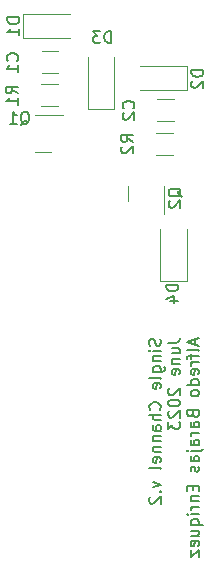
<source format=gbr>
%TF.GenerationSoftware,KiCad,Pcbnew,7.0.5*%
%TF.CreationDate,2023-06-23T15:01:08-05:00*%
%TF.ProjectId,Single.Channel.Amp,53696e67-6c65-42e4-9368-616e6e656c2e,rev?*%
%TF.SameCoordinates,Original*%
%TF.FileFunction,Legend,Bot*%
%TF.FilePolarity,Positive*%
%FSLAX46Y46*%
G04 Gerber Fmt 4.6, Leading zero omitted, Abs format (unit mm)*
G04 Created by KiCad (PCBNEW 7.0.5) date 2023-06-23 15:01:08*
%MOMM*%
%LPD*%
G01*
G04 APERTURE LIST*
%ADD10C,0.150000*%
%ADD11C,0.120000*%
G04 APERTURE END LIST*
D10*
X70377200Y-54099160D02*
X70424819Y-54242017D01*
X70424819Y-54242017D02*
X70424819Y-54480112D01*
X70424819Y-54480112D02*
X70377200Y-54575350D01*
X70377200Y-54575350D02*
X70329580Y-54622969D01*
X70329580Y-54622969D02*
X70234342Y-54670588D01*
X70234342Y-54670588D02*
X70139104Y-54670588D01*
X70139104Y-54670588D02*
X70043866Y-54622969D01*
X70043866Y-54622969D02*
X69996247Y-54575350D01*
X69996247Y-54575350D02*
X69948628Y-54480112D01*
X69948628Y-54480112D02*
X69901009Y-54289636D01*
X69901009Y-54289636D02*
X69853390Y-54194398D01*
X69853390Y-54194398D02*
X69805771Y-54146779D01*
X69805771Y-54146779D02*
X69710533Y-54099160D01*
X69710533Y-54099160D02*
X69615295Y-54099160D01*
X69615295Y-54099160D02*
X69520057Y-54146779D01*
X69520057Y-54146779D02*
X69472438Y-54194398D01*
X69472438Y-54194398D02*
X69424819Y-54289636D01*
X69424819Y-54289636D02*
X69424819Y-54527731D01*
X69424819Y-54527731D02*
X69472438Y-54670588D01*
X70424819Y-55099160D02*
X69758152Y-55099160D01*
X69424819Y-55099160D02*
X69472438Y-55051541D01*
X69472438Y-55051541D02*
X69520057Y-55099160D01*
X69520057Y-55099160D02*
X69472438Y-55146779D01*
X69472438Y-55146779D02*
X69424819Y-55099160D01*
X69424819Y-55099160D02*
X69520057Y-55099160D01*
X69758152Y-55575350D02*
X70424819Y-55575350D01*
X69853390Y-55575350D02*
X69805771Y-55622969D01*
X69805771Y-55622969D02*
X69758152Y-55718207D01*
X69758152Y-55718207D02*
X69758152Y-55861064D01*
X69758152Y-55861064D02*
X69805771Y-55956302D01*
X69805771Y-55956302D02*
X69901009Y-56003921D01*
X69901009Y-56003921D02*
X70424819Y-56003921D01*
X69758152Y-56908683D02*
X70567676Y-56908683D01*
X70567676Y-56908683D02*
X70662914Y-56861064D01*
X70662914Y-56861064D02*
X70710533Y-56813445D01*
X70710533Y-56813445D02*
X70758152Y-56718207D01*
X70758152Y-56718207D02*
X70758152Y-56575350D01*
X70758152Y-56575350D02*
X70710533Y-56480112D01*
X70377200Y-56908683D02*
X70424819Y-56813445D01*
X70424819Y-56813445D02*
X70424819Y-56622969D01*
X70424819Y-56622969D02*
X70377200Y-56527731D01*
X70377200Y-56527731D02*
X70329580Y-56480112D01*
X70329580Y-56480112D02*
X70234342Y-56432493D01*
X70234342Y-56432493D02*
X69948628Y-56432493D01*
X69948628Y-56432493D02*
X69853390Y-56480112D01*
X69853390Y-56480112D02*
X69805771Y-56527731D01*
X69805771Y-56527731D02*
X69758152Y-56622969D01*
X69758152Y-56622969D02*
X69758152Y-56813445D01*
X69758152Y-56813445D02*
X69805771Y-56908683D01*
X70424819Y-57527731D02*
X70377200Y-57432493D01*
X70377200Y-57432493D02*
X70281961Y-57384874D01*
X70281961Y-57384874D02*
X69424819Y-57384874D01*
X70377200Y-58289636D02*
X70424819Y-58194398D01*
X70424819Y-58194398D02*
X70424819Y-58003922D01*
X70424819Y-58003922D02*
X70377200Y-57908684D01*
X70377200Y-57908684D02*
X70281961Y-57861065D01*
X70281961Y-57861065D02*
X69901009Y-57861065D01*
X69901009Y-57861065D02*
X69805771Y-57908684D01*
X69805771Y-57908684D02*
X69758152Y-58003922D01*
X69758152Y-58003922D02*
X69758152Y-58194398D01*
X69758152Y-58194398D02*
X69805771Y-58289636D01*
X69805771Y-58289636D02*
X69901009Y-58337255D01*
X69901009Y-58337255D02*
X69996247Y-58337255D01*
X69996247Y-58337255D02*
X70091485Y-57861065D01*
X70329580Y-60099160D02*
X70377200Y-60051541D01*
X70377200Y-60051541D02*
X70424819Y-59908684D01*
X70424819Y-59908684D02*
X70424819Y-59813446D01*
X70424819Y-59813446D02*
X70377200Y-59670589D01*
X70377200Y-59670589D02*
X70281961Y-59575351D01*
X70281961Y-59575351D02*
X70186723Y-59527732D01*
X70186723Y-59527732D02*
X69996247Y-59480113D01*
X69996247Y-59480113D02*
X69853390Y-59480113D01*
X69853390Y-59480113D02*
X69662914Y-59527732D01*
X69662914Y-59527732D02*
X69567676Y-59575351D01*
X69567676Y-59575351D02*
X69472438Y-59670589D01*
X69472438Y-59670589D02*
X69424819Y-59813446D01*
X69424819Y-59813446D02*
X69424819Y-59908684D01*
X69424819Y-59908684D02*
X69472438Y-60051541D01*
X69472438Y-60051541D02*
X69520057Y-60099160D01*
X70424819Y-60527732D02*
X69424819Y-60527732D01*
X70424819Y-60956303D02*
X69901009Y-60956303D01*
X69901009Y-60956303D02*
X69805771Y-60908684D01*
X69805771Y-60908684D02*
X69758152Y-60813446D01*
X69758152Y-60813446D02*
X69758152Y-60670589D01*
X69758152Y-60670589D02*
X69805771Y-60575351D01*
X69805771Y-60575351D02*
X69853390Y-60527732D01*
X70424819Y-61861065D02*
X69901009Y-61861065D01*
X69901009Y-61861065D02*
X69805771Y-61813446D01*
X69805771Y-61813446D02*
X69758152Y-61718208D01*
X69758152Y-61718208D02*
X69758152Y-61527732D01*
X69758152Y-61527732D02*
X69805771Y-61432494D01*
X70377200Y-61861065D02*
X70424819Y-61765827D01*
X70424819Y-61765827D02*
X70424819Y-61527732D01*
X70424819Y-61527732D02*
X70377200Y-61432494D01*
X70377200Y-61432494D02*
X70281961Y-61384875D01*
X70281961Y-61384875D02*
X70186723Y-61384875D01*
X70186723Y-61384875D02*
X70091485Y-61432494D01*
X70091485Y-61432494D02*
X70043866Y-61527732D01*
X70043866Y-61527732D02*
X70043866Y-61765827D01*
X70043866Y-61765827D02*
X69996247Y-61861065D01*
X69758152Y-62337256D02*
X70424819Y-62337256D01*
X69853390Y-62337256D02*
X69805771Y-62384875D01*
X69805771Y-62384875D02*
X69758152Y-62480113D01*
X69758152Y-62480113D02*
X69758152Y-62622970D01*
X69758152Y-62622970D02*
X69805771Y-62718208D01*
X69805771Y-62718208D02*
X69901009Y-62765827D01*
X69901009Y-62765827D02*
X70424819Y-62765827D01*
X69758152Y-63242018D02*
X70424819Y-63242018D01*
X69853390Y-63242018D02*
X69805771Y-63289637D01*
X69805771Y-63289637D02*
X69758152Y-63384875D01*
X69758152Y-63384875D02*
X69758152Y-63527732D01*
X69758152Y-63527732D02*
X69805771Y-63622970D01*
X69805771Y-63622970D02*
X69901009Y-63670589D01*
X69901009Y-63670589D02*
X70424819Y-63670589D01*
X70377200Y-64527732D02*
X70424819Y-64432494D01*
X70424819Y-64432494D02*
X70424819Y-64242018D01*
X70424819Y-64242018D02*
X70377200Y-64146780D01*
X70377200Y-64146780D02*
X70281961Y-64099161D01*
X70281961Y-64099161D02*
X69901009Y-64099161D01*
X69901009Y-64099161D02*
X69805771Y-64146780D01*
X69805771Y-64146780D02*
X69758152Y-64242018D01*
X69758152Y-64242018D02*
X69758152Y-64432494D01*
X69758152Y-64432494D02*
X69805771Y-64527732D01*
X69805771Y-64527732D02*
X69901009Y-64575351D01*
X69901009Y-64575351D02*
X69996247Y-64575351D01*
X69996247Y-64575351D02*
X70091485Y-64099161D01*
X70424819Y-65146780D02*
X70377200Y-65051542D01*
X70377200Y-65051542D02*
X70281961Y-65003923D01*
X70281961Y-65003923D02*
X69424819Y-65003923D01*
X69758152Y-66194400D02*
X70424819Y-66432495D01*
X70424819Y-66432495D02*
X69758152Y-66670590D01*
X70329580Y-67051543D02*
X70377200Y-67099162D01*
X70377200Y-67099162D02*
X70424819Y-67051543D01*
X70424819Y-67051543D02*
X70377200Y-67003924D01*
X70377200Y-67003924D02*
X70329580Y-67051543D01*
X70329580Y-67051543D02*
X70424819Y-67051543D01*
X69520057Y-67480114D02*
X69472438Y-67527733D01*
X69472438Y-67527733D02*
X69424819Y-67622971D01*
X69424819Y-67622971D02*
X69424819Y-67861066D01*
X69424819Y-67861066D02*
X69472438Y-67956304D01*
X69472438Y-67956304D02*
X69520057Y-68003923D01*
X69520057Y-68003923D02*
X69615295Y-68051542D01*
X69615295Y-68051542D02*
X69710533Y-68051542D01*
X69710533Y-68051542D02*
X69853390Y-68003923D01*
X69853390Y-68003923D02*
X70424819Y-67432495D01*
X70424819Y-67432495D02*
X70424819Y-68051542D01*
X71034819Y-54432493D02*
X71749104Y-54432493D01*
X71749104Y-54432493D02*
X71891961Y-54384874D01*
X71891961Y-54384874D02*
X71987200Y-54289636D01*
X71987200Y-54289636D02*
X72034819Y-54146779D01*
X72034819Y-54146779D02*
X72034819Y-54051541D01*
X71368152Y-55337255D02*
X72034819Y-55337255D01*
X71368152Y-54908684D02*
X71891961Y-54908684D01*
X71891961Y-54908684D02*
X71987200Y-54956303D01*
X71987200Y-54956303D02*
X72034819Y-55051541D01*
X72034819Y-55051541D02*
X72034819Y-55194398D01*
X72034819Y-55194398D02*
X71987200Y-55289636D01*
X71987200Y-55289636D02*
X71939580Y-55337255D01*
X71368152Y-55813446D02*
X72034819Y-55813446D01*
X71463390Y-55813446D02*
X71415771Y-55861065D01*
X71415771Y-55861065D02*
X71368152Y-55956303D01*
X71368152Y-55956303D02*
X71368152Y-56099160D01*
X71368152Y-56099160D02*
X71415771Y-56194398D01*
X71415771Y-56194398D02*
X71511009Y-56242017D01*
X71511009Y-56242017D02*
X72034819Y-56242017D01*
X71987200Y-57099160D02*
X72034819Y-57003922D01*
X72034819Y-57003922D02*
X72034819Y-56813446D01*
X72034819Y-56813446D02*
X71987200Y-56718208D01*
X71987200Y-56718208D02*
X71891961Y-56670589D01*
X71891961Y-56670589D02*
X71511009Y-56670589D01*
X71511009Y-56670589D02*
X71415771Y-56718208D01*
X71415771Y-56718208D02*
X71368152Y-56813446D01*
X71368152Y-56813446D02*
X71368152Y-57003922D01*
X71368152Y-57003922D02*
X71415771Y-57099160D01*
X71415771Y-57099160D02*
X71511009Y-57146779D01*
X71511009Y-57146779D02*
X71606247Y-57146779D01*
X71606247Y-57146779D02*
X71701485Y-56670589D01*
X71130057Y-58289637D02*
X71082438Y-58337256D01*
X71082438Y-58337256D02*
X71034819Y-58432494D01*
X71034819Y-58432494D02*
X71034819Y-58670589D01*
X71034819Y-58670589D02*
X71082438Y-58765827D01*
X71082438Y-58765827D02*
X71130057Y-58813446D01*
X71130057Y-58813446D02*
X71225295Y-58861065D01*
X71225295Y-58861065D02*
X71320533Y-58861065D01*
X71320533Y-58861065D02*
X71463390Y-58813446D01*
X71463390Y-58813446D02*
X72034819Y-58242018D01*
X72034819Y-58242018D02*
X72034819Y-58861065D01*
X71034819Y-59480113D02*
X71034819Y-59575351D01*
X71034819Y-59575351D02*
X71082438Y-59670589D01*
X71082438Y-59670589D02*
X71130057Y-59718208D01*
X71130057Y-59718208D02*
X71225295Y-59765827D01*
X71225295Y-59765827D02*
X71415771Y-59813446D01*
X71415771Y-59813446D02*
X71653866Y-59813446D01*
X71653866Y-59813446D02*
X71844342Y-59765827D01*
X71844342Y-59765827D02*
X71939580Y-59718208D01*
X71939580Y-59718208D02*
X71987200Y-59670589D01*
X71987200Y-59670589D02*
X72034819Y-59575351D01*
X72034819Y-59575351D02*
X72034819Y-59480113D01*
X72034819Y-59480113D02*
X71987200Y-59384875D01*
X71987200Y-59384875D02*
X71939580Y-59337256D01*
X71939580Y-59337256D02*
X71844342Y-59289637D01*
X71844342Y-59289637D02*
X71653866Y-59242018D01*
X71653866Y-59242018D02*
X71415771Y-59242018D01*
X71415771Y-59242018D02*
X71225295Y-59289637D01*
X71225295Y-59289637D02*
X71130057Y-59337256D01*
X71130057Y-59337256D02*
X71082438Y-59384875D01*
X71082438Y-59384875D02*
X71034819Y-59480113D01*
X71130057Y-60194399D02*
X71082438Y-60242018D01*
X71082438Y-60242018D02*
X71034819Y-60337256D01*
X71034819Y-60337256D02*
X71034819Y-60575351D01*
X71034819Y-60575351D02*
X71082438Y-60670589D01*
X71082438Y-60670589D02*
X71130057Y-60718208D01*
X71130057Y-60718208D02*
X71225295Y-60765827D01*
X71225295Y-60765827D02*
X71320533Y-60765827D01*
X71320533Y-60765827D02*
X71463390Y-60718208D01*
X71463390Y-60718208D02*
X72034819Y-60146780D01*
X72034819Y-60146780D02*
X72034819Y-60765827D01*
X71034819Y-61099161D02*
X71034819Y-61718208D01*
X71034819Y-61718208D02*
X71415771Y-61384875D01*
X71415771Y-61384875D02*
X71415771Y-61527732D01*
X71415771Y-61527732D02*
X71463390Y-61622970D01*
X71463390Y-61622970D02*
X71511009Y-61670589D01*
X71511009Y-61670589D02*
X71606247Y-61718208D01*
X71606247Y-61718208D02*
X71844342Y-61718208D01*
X71844342Y-61718208D02*
X71939580Y-61670589D01*
X71939580Y-61670589D02*
X71987200Y-61622970D01*
X71987200Y-61622970D02*
X72034819Y-61527732D01*
X72034819Y-61527732D02*
X72034819Y-61242018D01*
X72034819Y-61242018D02*
X71987200Y-61146780D01*
X71987200Y-61146780D02*
X71939580Y-61099161D01*
X73359104Y-54099160D02*
X73359104Y-54575350D01*
X73644819Y-54003922D02*
X72644819Y-54337255D01*
X72644819Y-54337255D02*
X73644819Y-54670588D01*
X73644819Y-55146779D02*
X73597200Y-55051541D01*
X73597200Y-55051541D02*
X73501961Y-55003922D01*
X73501961Y-55003922D02*
X72644819Y-55003922D01*
X72978152Y-55384875D02*
X72978152Y-55765827D01*
X73644819Y-55527732D02*
X72787676Y-55527732D01*
X72787676Y-55527732D02*
X72692438Y-55575351D01*
X72692438Y-55575351D02*
X72644819Y-55670589D01*
X72644819Y-55670589D02*
X72644819Y-55765827D01*
X73644819Y-56099161D02*
X72978152Y-56099161D01*
X73168628Y-56099161D02*
X73073390Y-56146780D01*
X73073390Y-56146780D02*
X73025771Y-56194399D01*
X73025771Y-56194399D02*
X72978152Y-56289637D01*
X72978152Y-56289637D02*
X72978152Y-56384875D01*
X73597200Y-57099161D02*
X73644819Y-57003923D01*
X73644819Y-57003923D02*
X73644819Y-56813447D01*
X73644819Y-56813447D02*
X73597200Y-56718209D01*
X73597200Y-56718209D02*
X73501961Y-56670590D01*
X73501961Y-56670590D02*
X73121009Y-56670590D01*
X73121009Y-56670590D02*
X73025771Y-56718209D01*
X73025771Y-56718209D02*
X72978152Y-56813447D01*
X72978152Y-56813447D02*
X72978152Y-57003923D01*
X72978152Y-57003923D02*
X73025771Y-57099161D01*
X73025771Y-57099161D02*
X73121009Y-57146780D01*
X73121009Y-57146780D02*
X73216247Y-57146780D01*
X73216247Y-57146780D02*
X73311485Y-56670590D01*
X73644819Y-58003923D02*
X72644819Y-58003923D01*
X73597200Y-58003923D02*
X73644819Y-57908685D01*
X73644819Y-57908685D02*
X73644819Y-57718209D01*
X73644819Y-57718209D02*
X73597200Y-57622971D01*
X73597200Y-57622971D02*
X73549580Y-57575352D01*
X73549580Y-57575352D02*
X73454342Y-57527733D01*
X73454342Y-57527733D02*
X73168628Y-57527733D01*
X73168628Y-57527733D02*
X73073390Y-57575352D01*
X73073390Y-57575352D02*
X73025771Y-57622971D01*
X73025771Y-57622971D02*
X72978152Y-57718209D01*
X72978152Y-57718209D02*
X72978152Y-57908685D01*
X72978152Y-57908685D02*
X73025771Y-58003923D01*
X73644819Y-58622971D02*
X73597200Y-58527733D01*
X73597200Y-58527733D02*
X73549580Y-58480114D01*
X73549580Y-58480114D02*
X73454342Y-58432495D01*
X73454342Y-58432495D02*
X73168628Y-58432495D01*
X73168628Y-58432495D02*
X73073390Y-58480114D01*
X73073390Y-58480114D02*
X73025771Y-58527733D01*
X73025771Y-58527733D02*
X72978152Y-58622971D01*
X72978152Y-58622971D02*
X72978152Y-58765828D01*
X72978152Y-58765828D02*
X73025771Y-58861066D01*
X73025771Y-58861066D02*
X73073390Y-58908685D01*
X73073390Y-58908685D02*
X73168628Y-58956304D01*
X73168628Y-58956304D02*
X73454342Y-58956304D01*
X73454342Y-58956304D02*
X73549580Y-58908685D01*
X73549580Y-58908685D02*
X73597200Y-58861066D01*
X73597200Y-58861066D02*
X73644819Y-58765828D01*
X73644819Y-58765828D02*
X73644819Y-58622971D01*
X73121009Y-60480114D02*
X73168628Y-60622971D01*
X73168628Y-60622971D02*
X73216247Y-60670590D01*
X73216247Y-60670590D02*
X73311485Y-60718209D01*
X73311485Y-60718209D02*
X73454342Y-60718209D01*
X73454342Y-60718209D02*
X73549580Y-60670590D01*
X73549580Y-60670590D02*
X73597200Y-60622971D01*
X73597200Y-60622971D02*
X73644819Y-60527733D01*
X73644819Y-60527733D02*
X73644819Y-60146781D01*
X73644819Y-60146781D02*
X72644819Y-60146781D01*
X72644819Y-60146781D02*
X72644819Y-60480114D01*
X72644819Y-60480114D02*
X72692438Y-60575352D01*
X72692438Y-60575352D02*
X72740057Y-60622971D01*
X72740057Y-60622971D02*
X72835295Y-60670590D01*
X72835295Y-60670590D02*
X72930533Y-60670590D01*
X72930533Y-60670590D02*
X73025771Y-60622971D01*
X73025771Y-60622971D02*
X73073390Y-60575352D01*
X73073390Y-60575352D02*
X73121009Y-60480114D01*
X73121009Y-60480114D02*
X73121009Y-60146781D01*
X73644819Y-61575352D02*
X73121009Y-61575352D01*
X73121009Y-61575352D02*
X73025771Y-61527733D01*
X73025771Y-61527733D02*
X72978152Y-61432495D01*
X72978152Y-61432495D02*
X72978152Y-61242019D01*
X72978152Y-61242019D02*
X73025771Y-61146781D01*
X73597200Y-61575352D02*
X73644819Y-61480114D01*
X73644819Y-61480114D02*
X73644819Y-61242019D01*
X73644819Y-61242019D02*
X73597200Y-61146781D01*
X73597200Y-61146781D02*
X73501961Y-61099162D01*
X73501961Y-61099162D02*
X73406723Y-61099162D01*
X73406723Y-61099162D02*
X73311485Y-61146781D01*
X73311485Y-61146781D02*
X73263866Y-61242019D01*
X73263866Y-61242019D02*
X73263866Y-61480114D01*
X73263866Y-61480114D02*
X73216247Y-61575352D01*
X73644819Y-62051543D02*
X72978152Y-62051543D01*
X73168628Y-62051543D02*
X73073390Y-62099162D01*
X73073390Y-62099162D02*
X73025771Y-62146781D01*
X73025771Y-62146781D02*
X72978152Y-62242019D01*
X72978152Y-62242019D02*
X72978152Y-62337257D01*
X73644819Y-63099162D02*
X73121009Y-63099162D01*
X73121009Y-63099162D02*
X73025771Y-63051543D01*
X73025771Y-63051543D02*
X72978152Y-62956305D01*
X72978152Y-62956305D02*
X72978152Y-62765829D01*
X72978152Y-62765829D02*
X73025771Y-62670591D01*
X73597200Y-63099162D02*
X73644819Y-63003924D01*
X73644819Y-63003924D02*
X73644819Y-62765829D01*
X73644819Y-62765829D02*
X73597200Y-62670591D01*
X73597200Y-62670591D02*
X73501961Y-62622972D01*
X73501961Y-62622972D02*
X73406723Y-62622972D01*
X73406723Y-62622972D02*
X73311485Y-62670591D01*
X73311485Y-62670591D02*
X73263866Y-62765829D01*
X73263866Y-62765829D02*
X73263866Y-63003924D01*
X73263866Y-63003924D02*
X73216247Y-63099162D01*
X72978152Y-63575353D02*
X73835295Y-63575353D01*
X73835295Y-63575353D02*
X73930533Y-63527734D01*
X73930533Y-63527734D02*
X73978152Y-63432496D01*
X73978152Y-63432496D02*
X73978152Y-63384877D01*
X72644819Y-63575353D02*
X72692438Y-63527734D01*
X72692438Y-63527734D02*
X72740057Y-63575353D01*
X72740057Y-63575353D02*
X72692438Y-63622972D01*
X72692438Y-63622972D02*
X72644819Y-63575353D01*
X72644819Y-63575353D02*
X72740057Y-63575353D01*
X73644819Y-64480114D02*
X73121009Y-64480114D01*
X73121009Y-64480114D02*
X73025771Y-64432495D01*
X73025771Y-64432495D02*
X72978152Y-64337257D01*
X72978152Y-64337257D02*
X72978152Y-64146781D01*
X72978152Y-64146781D02*
X73025771Y-64051543D01*
X73597200Y-64480114D02*
X73644819Y-64384876D01*
X73644819Y-64384876D02*
X73644819Y-64146781D01*
X73644819Y-64146781D02*
X73597200Y-64051543D01*
X73597200Y-64051543D02*
X73501961Y-64003924D01*
X73501961Y-64003924D02*
X73406723Y-64003924D01*
X73406723Y-64003924D02*
X73311485Y-64051543D01*
X73311485Y-64051543D02*
X73263866Y-64146781D01*
X73263866Y-64146781D02*
X73263866Y-64384876D01*
X73263866Y-64384876D02*
X73216247Y-64480114D01*
X73597200Y-64908686D02*
X73644819Y-65003924D01*
X73644819Y-65003924D02*
X73644819Y-65194400D01*
X73644819Y-65194400D02*
X73597200Y-65289638D01*
X73597200Y-65289638D02*
X73501961Y-65337257D01*
X73501961Y-65337257D02*
X73454342Y-65337257D01*
X73454342Y-65337257D02*
X73359104Y-65289638D01*
X73359104Y-65289638D02*
X73311485Y-65194400D01*
X73311485Y-65194400D02*
X73311485Y-65051543D01*
X73311485Y-65051543D02*
X73263866Y-64956305D01*
X73263866Y-64956305D02*
X73168628Y-64908686D01*
X73168628Y-64908686D02*
X73121009Y-64908686D01*
X73121009Y-64908686D02*
X73025771Y-64956305D01*
X73025771Y-64956305D02*
X72978152Y-65051543D01*
X72978152Y-65051543D02*
X72978152Y-65194400D01*
X72978152Y-65194400D02*
X73025771Y-65289638D01*
X73121009Y-66527734D02*
X73121009Y-66861067D01*
X73644819Y-67003924D02*
X73644819Y-66527734D01*
X73644819Y-66527734D02*
X72644819Y-66527734D01*
X72644819Y-66527734D02*
X72644819Y-67003924D01*
X72978152Y-67432496D02*
X73644819Y-67432496D01*
X73073390Y-67432496D02*
X73025771Y-67480115D01*
X73025771Y-67480115D02*
X72978152Y-67575353D01*
X72978152Y-67575353D02*
X72978152Y-67718210D01*
X72978152Y-67718210D02*
X73025771Y-67813448D01*
X73025771Y-67813448D02*
X73121009Y-67861067D01*
X73121009Y-67861067D02*
X73644819Y-67861067D01*
X73644819Y-68337258D02*
X72978152Y-68337258D01*
X73168628Y-68337258D02*
X73073390Y-68384877D01*
X73073390Y-68384877D02*
X73025771Y-68432496D01*
X73025771Y-68432496D02*
X72978152Y-68527734D01*
X72978152Y-68527734D02*
X72978152Y-68622972D01*
X73644819Y-68956306D02*
X72978152Y-68956306D01*
X72644819Y-68956306D02*
X72692438Y-68908687D01*
X72692438Y-68908687D02*
X72740057Y-68956306D01*
X72740057Y-68956306D02*
X72692438Y-69003925D01*
X72692438Y-69003925D02*
X72644819Y-68956306D01*
X72644819Y-68956306D02*
X72740057Y-68956306D01*
X72978152Y-69861067D02*
X73978152Y-69861067D01*
X73597200Y-69861067D02*
X73644819Y-69765829D01*
X73644819Y-69765829D02*
X73644819Y-69575353D01*
X73644819Y-69575353D02*
X73597200Y-69480115D01*
X73597200Y-69480115D02*
X73549580Y-69432496D01*
X73549580Y-69432496D02*
X73454342Y-69384877D01*
X73454342Y-69384877D02*
X73168628Y-69384877D01*
X73168628Y-69384877D02*
X73073390Y-69432496D01*
X73073390Y-69432496D02*
X73025771Y-69480115D01*
X73025771Y-69480115D02*
X72978152Y-69575353D01*
X72978152Y-69575353D02*
X72978152Y-69765829D01*
X72978152Y-69765829D02*
X73025771Y-69861067D01*
X72978152Y-70765829D02*
X73644819Y-70765829D01*
X72978152Y-70337258D02*
X73501961Y-70337258D01*
X73501961Y-70337258D02*
X73597200Y-70384877D01*
X73597200Y-70384877D02*
X73644819Y-70480115D01*
X73644819Y-70480115D02*
X73644819Y-70622972D01*
X73644819Y-70622972D02*
X73597200Y-70718210D01*
X73597200Y-70718210D02*
X73549580Y-70765829D01*
X73597200Y-71622972D02*
X73644819Y-71527734D01*
X73644819Y-71527734D02*
X73644819Y-71337258D01*
X73644819Y-71337258D02*
X73597200Y-71242020D01*
X73597200Y-71242020D02*
X73501961Y-71194401D01*
X73501961Y-71194401D02*
X73121009Y-71194401D01*
X73121009Y-71194401D02*
X73025771Y-71242020D01*
X73025771Y-71242020D02*
X72978152Y-71337258D01*
X72978152Y-71337258D02*
X72978152Y-71527734D01*
X72978152Y-71527734D02*
X73025771Y-71622972D01*
X73025771Y-71622972D02*
X73121009Y-71670591D01*
X73121009Y-71670591D02*
X73216247Y-71670591D01*
X73216247Y-71670591D02*
X73311485Y-71194401D01*
X72978152Y-72003925D02*
X72978152Y-72527734D01*
X72978152Y-72527734D02*
X73644819Y-72003925D01*
X73644819Y-72003925D02*
X73644819Y-72527734D01*
%TO.C,Q2*%
X72190057Y-42089761D02*
X72142438Y-41994523D01*
X72142438Y-41994523D02*
X72047200Y-41899285D01*
X72047200Y-41899285D02*
X71904342Y-41756428D01*
X71904342Y-41756428D02*
X71856723Y-41661190D01*
X71856723Y-41661190D02*
X71856723Y-41565952D01*
X72094819Y-41613571D02*
X72047200Y-41518333D01*
X72047200Y-41518333D02*
X71951961Y-41423095D01*
X71951961Y-41423095D02*
X71761485Y-41375476D01*
X71761485Y-41375476D02*
X71428152Y-41375476D01*
X71428152Y-41375476D02*
X71237676Y-41423095D01*
X71237676Y-41423095D02*
X71142438Y-41518333D01*
X71142438Y-41518333D02*
X71094819Y-41613571D01*
X71094819Y-41613571D02*
X71094819Y-41804047D01*
X71094819Y-41804047D02*
X71142438Y-41899285D01*
X71142438Y-41899285D02*
X71237676Y-41994523D01*
X71237676Y-41994523D02*
X71428152Y-42042142D01*
X71428152Y-42042142D02*
X71761485Y-42042142D01*
X71761485Y-42042142D02*
X71951961Y-41994523D01*
X71951961Y-41994523D02*
X72047200Y-41899285D01*
X72047200Y-41899285D02*
X72094819Y-41804047D01*
X72094819Y-41804047D02*
X72094819Y-41613571D01*
X71190057Y-42423095D02*
X71142438Y-42470714D01*
X71142438Y-42470714D02*
X71094819Y-42565952D01*
X71094819Y-42565952D02*
X71094819Y-42804047D01*
X71094819Y-42804047D02*
X71142438Y-42899285D01*
X71142438Y-42899285D02*
X71190057Y-42946904D01*
X71190057Y-42946904D02*
X71285295Y-42994523D01*
X71285295Y-42994523D02*
X71380533Y-42994523D01*
X71380533Y-42994523D02*
X71523390Y-42946904D01*
X71523390Y-42946904D02*
X72094819Y-42375476D01*
X72094819Y-42375476D02*
X72094819Y-42994523D01*
%TO.C,D1*%
X58444819Y-26881905D02*
X57444819Y-26881905D01*
X57444819Y-26881905D02*
X57444819Y-27120000D01*
X57444819Y-27120000D02*
X57492438Y-27262857D01*
X57492438Y-27262857D02*
X57587676Y-27358095D01*
X57587676Y-27358095D02*
X57682914Y-27405714D01*
X57682914Y-27405714D02*
X57873390Y-27453333D01*
X57873390Y-27453333D02*
X58016247Y-27453333D01*
X58016247Y-27453333D02*
X58206723Y-27405714D01*
X58206723Y-27405714D02*
X58301961Y-27358095D01*
X58301961Y-27358095D02*
X58397200Y-27262857D01*
X58397200Y-27262857D02*
X58444819Y-27120000D01*
X58444819Y-27120000D02*
X58444819Y-26881905D01*
X58444819Y-28405714D02*
X58444819Y-27834286D01*
X58444819Y-28120000D02*
X57444819Y-28120000D01*
X57444819Y-28120000D02*
X57587676Y-28024762D01*
X57587676Y-28024762D02*
X57682914Y-27929524D01*
X57682914Y-27929524D02*
X57730533Y-27834286D01*
%TO.C,D3*%
X66213094Y-29049819D02*
X66213094Y-28049819D01*
X66213094Y-28049819D02*
X65974999Y-28049819D01*
X65974999Y-28049819D02*
X65832142Y-28097438D01*
X65832142Y-28097438D02*
X65736904Y-28192676D01*
X65736904Y-28192676D02*
X65689285Y-28287914D01*
X65689285Y-28287914D02*
X65641666Y-28478390D01*
X65641666Y-28478390D02*
X65641666Y-28621247D01*
X65641666Y-28621247D02*
X65689285Y-28811723D01*
X65689285Y-28811723D02*
X65736904Y-28906961D01*
X65736904Y-28906961D02*
X65832142Y-29002200D01*
X65832142Y-29002200D02*
X65974999Y-29049819D01*
X65974999Y-29049819D02*
X66213094Y-29049819D01*
X65308332Y-28049819D02*
X64689285Y-28049819D01*
X64689285Y-28049819D02*
X65022618Y-28430771D01*
X65022618Y-28430771D02*
X64879761Y-28430771D01*
X64879761Y-28430771D02*
X64784523Y-28478390D01*
X64784523Y-28478390D02*
X64736904Y-28526009D01*
X64736904Y-28526009D02*
X64689285Y-28621247D01*
X64689285Y-28621247D02*
X64689285Y-28859342D01*
X64689285Y-28859342D02*
X64736904Y-28954580D01*
X64736904Y-28954580D02*
X64784523Y-29002200D01*
X64784523Y-29002200D02*
X64879761Y-29049819D01*
X64879761Y-29049819D02*
X65165475Y-29049819D01*
X65165475Y-29049819D02*
X65260713Y-29002200D01*
X65260713Y-29002200D02*
X65308332Y-28954580D01*
%TO.C,Q1*%
X58550238Y-35970057D02*
X58645476Y-35922438D01*
X58645476Y-35922438D02*
X58740714Y-35827200D01*
X58740714Y-35827200D02*
X58883571Y-35684342D01*
X58883571Y-35684342D02*
X58978809Y-35636723D01*
X58978809Y-35636723D02*
X59074047Y-35636723D01*
X59026428Y-35874819D02*
X59121666Y-35827200D01*
X59121666Y-35827200D02*
X59216904Y-35731961D01*
X59216904Y-35731961D02*
X59264523Y-35541485D01*
X59264523Y-35541485D02*
X59264523Y-35208152D01*
X59264523Y-35208152D02*
X59216904Y-35017676D01*
X59216904Y-35017676D02*
X59121666Y-34922438D01*
X59121666Y-34922438D02*
X59026428Y-34874819D01*
X59026428Y-34874819D02*
X58835952Y-34874819D01*
X58835952Y-34874819D02*
X58740714Y-34922438D01*
X58740714Y-34922438D02*
X58645476Y-35017676D01*
X58645476Y-35017676D02*
X58597857Y-35208152D01*
X58597857Y-35208152D02*
X58597857Y-35541485D01*
X58597857Y-35541485D02*
X58645476Y-35731961D01*
X58645476Y-35731961D02*
X58740714Y-35827200D01*
X58740714Y-35827200D02*
X58835952Y-35874819D01*
X58835952Y-35874819D02*
X59026428Y-35874819D01*
X57645476Y-35874819D02*
X58216904Y-35874819D01*
X57931190Y-35874819D02*
X57931190Y-34874819D01*
X57931190Y-34874819D02*
X58026428Y-35017676D01*
X58026428Y-35017676D02*
X58121666Y-35112914D01*
X58121666Y-35112914D02*
X58216904Y-35160533D01*
%TO.C,R2*%
X68074819Y-37433333D02*
X67598628Y-37100000D01*
X68074819Y-36861905D02*
X67074819Y-36861905D01*
X67074819Y-36861905D02*
X67074819Y-37242857D01*
X67074819Y-37242857D02*
X67122438Y-37338095D01*
X67122438Y-37338095D02*
X67170057Y-37385714D01*
X67170057Y-37385714D02*
X67265295Y-37433333D01*
X67265295Y-37433333D02*
X67408152Y-37433333D01*
X67408152Y-37433333D02*
X67503390Y-37385714D01*
X67503390Y-37385714D02*
X67551009Y-37338095D01*
X67551009Y-37338095D02*
X67598628Y-37242857D01*
X67598628Y-37242857D02*
X67598628Y-36861905D01*
X67170057Y-37814286D02*
X67122438Y-37861905D01*
X67122438Y-37861905D02*
X67074819Y-37957143D01*
X67074819Y-37957143D02*
X67074819Y-38195238D01*
X67074819Y-38195238D02*
X67122438Y-38290476D01*
X67122438Y-38290476D02*
X67170057Y-38338095D01*
X67170057Y-38338095D02*
X67265295Y-38385714D01*
X67265295Y-38385714D02*
X67360533Y-38385714D01*
X67360533Y-38385714D02*
X67503390Y-38338095D01*
X67503390Y-38338095D02*
X68074819Y-37766667D01*
X68074819Y-37766667D02*
X68074819Y-38385714D01*
%TO.C,R1*%
X58309819Y-33323333D02*
X57833628Y-32990000D01*
X58309819Y-32751905D02*
X57309819Y-32751905D01*
X57309819Y-32751905D02*
X57309819Y-33132857D01*
X57309819Y-33132857D02*
X57357438Y-33228095D01*
X57357438Y-33228095D02*
X57405057Y-33275714D01*
X57405057Y-33275714D02*
X57500295Y-33323333D01*
X57500295Y-33323333D02*
X57643152Y-33323333D01*
X57643152Y-33323333D02*
X57738390Y-33275714D01*
X57738390Y-33275714D02*
X57786009Y-33228095D01*
X57786009Y-33228095D02*
X57833628Y-33132857D01*
X57833628Y-33132857D02*
X57833628Y-32751905D01*
X58309819Y-34275714D02*
X58309819Y-33704286D01*
X58309819Y-33990000D02*
X57309819Y-33990000D01*
X57309819Y-33990000D02*
X57452676Y-33894762D01*
X57452676Y-33894762D02*
X57547914Y-33799524D01*
X57547914Y-33799524D02*
X57595533Y-33704286D01*
%TO.C,D4*%
X71899819Y-49499405D02*
X70899819Y-49499405D01*
X70899819Y-49499405D02*
X70899819Y-49737500D01*
X70899819Y-49737500D02*
X70947438Y-49880357D01*
X70947438Y-49880357D02*
X71042676Y-49975595D01*
X71042676Y-49975595D02*
X71137914Y-50023214D01*
X71137914Y-50023214D02*
X71328390Y-50070833D01*
X71328390Y-50070833D02*
X71471247Y-50070833D01*
X71471247Y-50070833D02*
X71661723Y-50023214D01*
X71661723Y-50023214D02*
X71756961Y-49975595D01*
X71756961Y-49975595D02*
X71852200Y-49880357D01*
X71852200Y-49880357D02*
X71899819Y-49737500D01*
X71899819Y-49737500D02*
X71899819Y-49499405D01*
X71233152Y-50927976D02*
X71899819Y-50927976D01*
X70852200Y-50689881D02*
X71566485Y-50451786D01*
X71566485Y-50451786D02*
X71566485Y-51070833D01*
%TO.C,D2*%
X74024819Y-31326905D02*
X73024819Y-31326905D01*
X73024819Y-31326905D02*
X73024819Y-31565000D01*
X73024819Y-31565000D02*
X73072438Y-31707857D01*
X73072438Y-31707857D02*
X73167676Y-31803095D01*
X73167676Y-31803095D02*
X73262914Y-31850714D01*
X73262914Y-31850714D02*
X73453390Y-31898333D01*
X73453390Y-31898333D02*
X73596247Y-31898333D01*
X73596247Y-31898333D02*
X73786723Y-31850714D01*
X73786723Y-31850714D02*
X73881961Y-31803095D01*
X73881961Y-31803095D02*
X73977200Y-31707857D01*
X73977200Y-31707857D02*
X74024819Y-31565000D01*
X74024819Y-31565000D02*
X74024819Y-31326905D01*
X73120057Y-32279286D02*
X73072438Y-32326905D01*
X73072438Y-32326905D02*
X73024819Y-32422143D01*
X73024819Y-32422143D02*
X73024819Y-32660238D01*
X73024819Y-32660238D02*
X73072438Y-32755476D01*
X73072438Y-32755476D02*
X73120057Y-32803095D01*
X73120057Y-32803095D02*
X73215295Y-32850714D01*
X73215295Y-32850714D02*
X73310533Y-32850714D01*
X73310533Y-32850714D02*
X73453390Y-32803095D01*
X73453390Y-32803095D02*
X74024819Y-32231667D01*
X74024819Y-32231667D02*
X74024819Y-32850714D01*
%TO.C,C1*%
X58269580Y-30553333D02*
X58317200Y-30505714D01*
X58317200Y-30505714D02*
X58364819Y-30362857D01*
X58364819Y-30362857D02*
X58364819Y-30267619D01*
X58364819Y-30267619D02*
X58317200Y-30124762D01*
X58317200Y-30124762D02*
X58221961Y-30029524D01*
X58221961Y-30029524D02*
X58126723Y-29981905D01*
X58126723Y-29981905D02*
X57936247Y-29934286D01*
X57936247Y-29934286D02*
X57793390Y-29934286D01*
X57793390Y-29934286D02*
X57602914Y-29981905D01*
X57602914Y-29981905D02*
X57507676Y-30029524D01*
X57507676Y-30029524D02*
X57412438Y-30124762D01*
X57412438Y-30124762D02*
X57364819Y-30267619D01*
X57364819Y-30267619D02*
X57364819Y-30362857D01*
X57364819Y-30362857D02*
X57412438Y-30505714D01*
X57412438Y-30505714D02*
X57460057Y-30553333D01*
X58364819Y-31505714D02*
X58364819Y-30934286D01*
X58364819Y-31220000D02*
X57364819Y-31220000D01*
X57364819Y-31220000D02*
X57507676Y-31124762D01*
X57507676Y-31124762D02*
X57602914Y-31029524D01*
X57602914Y-31029524D02*
X57650533Y-30934286D01*
%TO.C,C2*%
X68099580Y-34588333D02*
X68147200Y-34540714D01*
X68147200Y-34540714D02*
X68194819Y-34397857D01*
X68194819Y-34397857D02*
X68194819Y-34302619D01*
X68194819Y-34302619D02*
X68147200Y-34159762D01*
X68147200Y-34159762D02*
X68051961Y-34064524D01*
X68051961Y-34064524D02*
X67956723Y-34016905D01*
X67956723Y-34016905D02*
X67766247Y-33969286D01*
X67766247Y-33969286D02*
X67623390Y-33969286D01*
X67623390Y-33969286D02*
X67432914Y-34016905D01*
X67432914Y-34016905D02*
X67337676Y-34064524D01*
X67337676Y-34064524D02*
X67242438Y-34159762D01*
X67242438Y-34159762D02*
X67194819Y-34302619D01*
X67194819Y-34302619D02*
X67194819Y-34397857D01*
X67194819Y-34397857D02*
X67242438Y-34540714D01*
X67242438Y-34540714D02*
X67290057Y-34588333D01*
X67290057Y-34969286D02*
X67242438Y-35016905D01*
X67242438Y-35016905D02*
X67194819Y-35112143D01*
X67194819Y-35112143D02*
X67194819Y-35350238D01*
X67194819Y-35350238D02*
X67242438Y-35445476D01*
X67242438Y-35445476D02*
X67290057Y-35493095D01*
X67290057Y-35493095D02*
X67385295Y-35540714D01*
X67385295Y-35540714D02*
X67480533Y-35540714D01*
X67480533Y-35540714D02*
X67623390Y-35493095D01*
X67623390Y-35493095D02*
X68194819Y-34921667D01*
X68194819Y-34921667D02*
X68194819Y-35540714D01*
D11*
%TO.C,Q2*%
X67620000Y-41812500D02*
X67620000Y-42462500D01*
X67620000Y-41812500D02*
X67620000Y-41162500D01*
X70740000Y-41812500D02*
X70740000Y-43487500D01*
X70740000Y-41812500D02*
X70740000Y-41162500D01*
%TO.C,D1*%
X58740000Y-26595000D02*
X62750000Y-26595000D01*
X58740000Y-28595000D02*
X58740000Y-26595000D01*
X58740000Y-28595000D02*
X62750000Y-28595000D01*
%TO.C,D3*%
X64285000Y-34635000D02*
X64285000Y-30225000D01*
X66505000Y-34635000D02*
X64285000Y-34635000D01*
X66505000Y-30225000D02*
X66505000Y-34635000D01*
%TO.C,Q1*%
X60445000Y-38255000D02*
X61095000Y-38255000D01*
X60445000Y-38255000D02*
X59795000Y-38255000D01*
X60445000Y-35135000D02*
X62120000Y-35135000D01*
X60445000Y-35135000D02*
X59795000Y-35135000D01*
%TO.C,R2*%
X69997936Y-36695000D02*
X71452064Y-36695000D01*
X69997936Y-38515000D02*
X71452064Y-38515000D01*
%TO.C,R1*%
X60302936Y-32560000D02*
X61757064Y-32560000D01*
X60302936Y-34380000D02*
X61757064Y-34380000D01*
%TO.C,D4*%
X70395000Y-49210000D02*
X70395000Y-44800000D01*
X72615000Y-49210000D02*
X70395000Y-49210000D01*
X72615000Y-44800000D02*
X72615000Y-49210000D01*
%TO.C,D2*%
X72655000Y-33030000D02*
X68645000Y-33030000D01*
X72655000Y-31030000D02*
X72655000Y-33030000D01*
X72655000Y-31030000D02*
X68645000Y-31030000D01*
%TO.C,C1*%
X61758752Y-31585000D02*
X60336248Y-31585000D01*
X61758752Y-29765000D02*
X60336248Y-29765000D01*
%TO.C,C2*%
X71538752Y-35620000D02*
X70116248Y-35620000D01*
X71538752Y-33800000D02*
X70116248Y-33800000D01*
%TD*%
M02*

</source>
